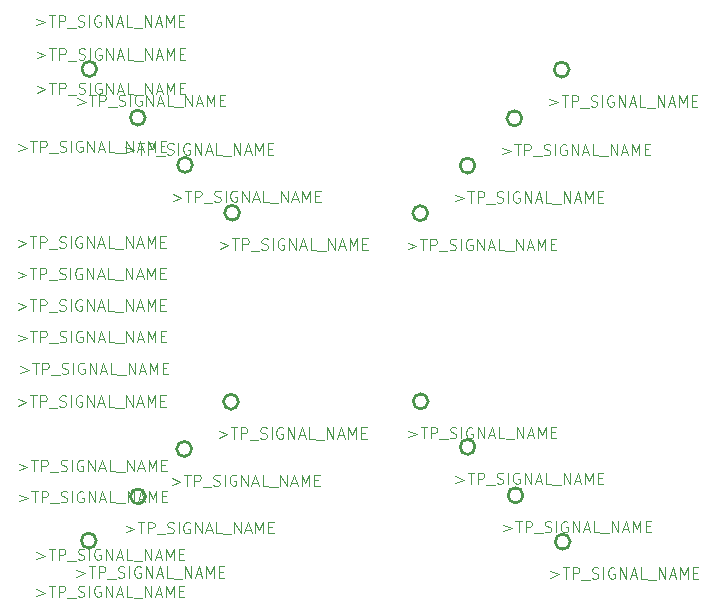
<source format=gbr>
G04 #@! TF.FileFunction,Other,Comment*
%FSLAX46Y46*%
G04 Gerber Fmt 4.6, Leading zero omitted, Abs format (unit mm)*
G04 Created by KiCad (PCBNEW 4.0.6) date 05/08/17 07:10:38*
%MOMM*%
%LPD*%
G01*
G04 APERTURE LIST*
%ADD10C,0.100000*%
%ADD11C,0.254000*%
%ADD12C,0.080000*%
G04 APERTURE END LIST*
D10*
D11*
X226342100Y-117285900D02*
G75*
G03X226342100Y-117285900I-635000J0D01*
G01*
X250338100Y-117110900D02*
G75*
G03X250338100Y-117110900I-635000J0D01*
G01*
X250335100Y-93294900D02*
G75*
G03X250335100Y-93294900I-635000J0D01*
G01*
X226414100Y-93237900D02*
G75*
G03X226414100Y-93237900I-635000J0D01*
G01*
X246365100Y-113257900D02*
G75*
G03X246365100Y-113257900I-635000J0D01*
G01*
X230305100Y-113285900D02*
G75*
G03X230305100Y-113285900I-635000J0D01*
G01*
X246332100Y-97322900D02*
G75*
G03X246332100Y-97322900I-635000J0D01*
G01*
X230406100Y-97283900D02*
G75*
G03X230406100Y-97283900I-635000J0D01*
G01*
X258390100Y-125137900D02*
G75*
G03X258390100Y-125137900I-635000J0D01*
G01*
X218264100Y-125047900D02*
G75*
G03X218264100Y-125047900I-635000J0D01*
G01*
X258304100Y-85165900D02*
G75*
G03X258304100Y-85165900I-635000J0D01*
G01*
X218315100Y-85114900D02*
G75*
G03X218315100Y-85114900I-635000J0D01*
G01*
X254396100Y-121206900D02*
G75*
G03X254396100Y-121206900I-635000J0D01*
G01*
X222434100Y-121302900D02*
G75*
G03X222434100Y-121302900I-635000J0D01*
G01*
X254302100Y-89292900D02*
G75*
G03X254302100Y-89292900I-635000J0D01*
G01*
X222414100Y-89231900D02*
G75*
G03X222414100Y-89231900I-635000J0D01*
G01*
D12*
X211638690Y-91508129D02*
X212362500Y-91779557D01*
X211638690Y-92050986D01*
X212679166Y-91191462D02*
X213222023Y-91191462D01*
X212950595Y-92141462D02*
X212950595Y-91191462D01*
X213538690Y-92141462D02*
X213538690Y-91191462D01*
X213900595Y-91191462D01*
X213991071Y-91236700D01*
X214036310Y-91281938D01*
X214081548Y-91372414D01*
X214081548Y-91508129D01*
X214036310Y-91598605D01*
X213991071Y-91643843D01*
X213900595Y-91689081D01*
X213538690Y-91689081D01*
X214262500Y-92231938D02*
X214986310Y-92231938D01*
X215167262Y-92096224D02*
X215302977Y-92141462D01*
X215529167Y-92141462D01*
X215619643Y-92096224D01*
X215664881Y-92050986D01*
X215710120Y-91960510D01*
X215710120Y-91870033D01*
X215664881Y-91779557D01*
X215619643Y-91734319D01*
X215529167Y-91689081D01*
X215348215Y-91643843D01*
X215257739Y-91598605D01*
X215212500Y-91553367D01*
X215167262Y-91462890D01*
X215167262Y-91372414D01*
X215212500Y-91281938D01*
X215257739Y-91236700D01*
X215348215Y-91191462D01*
X215574405Y-91191462D01*
X215710120Y-91236700D01*
X216117262Y-92141462D02*
X216117262Y-91191462D01*
X217067263Y-91236700D02*
X216976786Y-91191462D01*
X216841072Y-91191462D01*
X216705358Y-91236700D01*
X216614882Y-91327176D01*
X216569643Y-91417652D01*
X216524405Y-91598605D01*
X216524405Y-91734319D01*
X216569643Y-91915271D01*
X216614882Y-92005748D01*
X216705358Y-92096224D01*
X216841072Y-92141462D01*
X216931548Y-92141462D01*
X217067263Y-92096224D01*
X217112501Y-92050986D01*
X217112501Y-91734319D01*
X216931548Y-91734319D01*
X217519643Y-92141462D02*
X217519643Y-91191462D01*
X218062501Y-92141462D01*
X218062501Y-91191462D01*
X218469643Y-91870033D02*
X218922024Y-91870033D01*
X218379167Y-92141462D02*
X218695834Y-91191462D01*
X219012501Y-92141462D01*
X219781548Y-92141462D02*
X219329167Y-92141462D01*
X219329167Y-91191462D01*
X219872025Y-92231938D02*
X220595835Y-92231938D01*
X220822025Y-92141462D02*
X220822025Y-91191462D01*
X221364883Y-92141462D01*
X221364883Y-91191462D01*
X221772025Y-91870033D02*
X222224406Y-91870033D01*
X221681549Y-92141462D02*
X221998216Y-91191462D01*
X222314883Y-92141462D01*
X222631549Y-92141462D02*
X222631549Y-91191462D01*
X222948216Y-91870033D01*
X223264883Y-91191462D01*
X223264883Y-92141462D01*
X223717263Y-91643843D02*
X224033930Y-91643843D01*
X224169644Y-92141462D02*
X223717263Y-92141462D01*
X223717263Y-91191462D01*
X224169644Y-91191462D01*
X213240690Y-83684929D02*
X213964500Y-83956357D01*
X213240690Y-84227786D01*
X214281166Y-83368262D02*
X214824023Y-83368262D01*
X214552595Y-84318262D02*
X214552595Y-83368262D01*
X215140690Y-84318262D02*
X215140690Y-83368262D01*
X215502595Y-83368262D01*
X215593071Y-83413500D01*
X215638310Y-83458738D01*
X215683548Y-83549214D01*
X215683548Y-83684929D01*
X215638310Y-83775405D01*
X215593071Y-83820643D01*
X215502595Y-83865881D01*
X215140690Y-83865881D01*
X215864500Y-84408738D02*
X216588310Y-84408738D01*
X216769262Y-84273024D02*
X216904977Y-84318262D01*
X217131167Y-84318262D01*
X217221643Y-84273024D01*
X217266881Y-84227786D01*
X217312120Y-84137310D01*
X217312120Y-84046833D01*
X217266881Y-83956357D01*
X217221643Y-83911119D01*
X217131167Y-83865881D01*
X216950215Y-83820643D01*
X216859739Y-83775405D01*
X216814500Y-83730167D01*
X216769262Y-83639690D01*
X216769262Y-83549214D01*
X216814500Y-83458738D01*
X216859739Y-83413500D01*
X216950215Y-83368262D01*
X217176405Y-83368262D01*
X217312120Y-83413500D01*
X217719262Y-84318262D02*
X217719262Y-83368262D01*
X218669263Y-83413500D02*
X218578786Y-83368262D01*
X218443072Y-83368262D01*
X218307358Y-83413500D01*
X218216882Y-83503976D01*
X218171643Y-83594452D01*
X218126405Y-83775405D01*
X218126405Y-83911119D01*
X218171643Y-84092071D01*
X218216882Y-84182548D01*
X218307358Y-84273024D01*
X218443072Y-84318262D01*
X218533548Y-84318262D01*
X218669263Y-84273024D01*
X218714501Y-84227786D01*
X218714501Y-83911119D01*
X218533548Y-83911119D01*
X219121643Y-84318262D02*
X219121643Y-83368262D01*
X219664501Y-84318262D01*
X219664501Y-83368262D01*
X220071643Y-84046833D02*
X220524024Y-84046833D01*
X219981167Y-84318262D02*
X220297834Y-83368262D01*
X220614501Y-84318262D01*
X221383548Y-84318262D02*
X220931167Y-84318262D01*
X220931167Y-83368262D01*
X221474025Y-84408738D02*
X222197835Y-84408738D01*
X222424025Y-84318262D02*
X222424025Y-83368262D01*
X222966883Y-84318262D01*
X222966883Y-83368262D01*
X223374025Y-84046833D02*
X223826406Y-84046833D01*
X223283549Y-84318262D02*
X223600216Y-83368262D01*
X223916883Y-84318262D01*
X224233549Y-84318262D02*
X224233549Y-83368262D01*
X224550216Y-84046833D01*
X224866883Y-83368262D01*
X224866883Y-84318262D01*
X225319263Y-83820643D02*
X225635930Y-83820643D01*
X225771644Y-84318262D02*
X225319263Y-84318262D01*
X225319263Y-83368262D01*
X225771644Y-83368262D01*
X211612290Y-104944729D02*
X212336100Y-105216157D01*
X211612290Y-105487586D01*
X212652766Y-104628062D02*
X213195623Y-104628062D01*
X212924195Y-105578062D02*
X212924195Y-104628062D01*
X213512290Y-105578062D02*
X213512290Y-104628062D01*
X213874195Y-104628062D01*
X213964671Y-104673300D01*
X214009910Y-104718538D01*
X214055148Y-104809014D01*
X214055148Y-104944729D01*
X214009910Y-105035205D01*
X213964671Y-105080443D01*
X213874195Y-105125681D01*
X213512290Y-105125681D01*
X214236100Y-105668538D02*
X214959910Y-105668538D01*
X215140862Y-105532824D02*
X215276577Y-105578062D01*
X215502767Y-105578062D01*
X215593243Y-105532824D01*
X215638481Y-105487586D01*
X215683720Y-105397110D01*
X215683720Y-105306633D01*
X215638481Y-105216157D01*
X215593243Y-105170919D01*
X215502767Y-105125681D01*
X215321815Y-105080443D01*
X215231339Y-105035205D01*
X215186100Y-104989967D01*
X215140862Y-104899490D01*
X215140862Y-104809014D01*
X215186100Y-104718538D01*
X215231339Y-104673300D01*
X215321815Y-104628062D01*
X215548005Y-104628062D01*
X215683720Y-104673300D01*
X216090862Y-105578062D02*
X216090862Y-104628062D01*
X217040863Y-104673300D02*
X216950386Y-104628062D01*
X216814672Y-104628062D01*
X216678958Y-104673300D01*
X216588482Y-104763776D01*
X216543243Y-104854252D01*
X216498005Y-105035205D01*
X216498005Y-105170919D01*
X216543243Y-105351871D01*
X216588482Y-105442348D01*
X216678958Y-105532824D01*
X216814672Y-105578062D01*
X216905148Y-105578062D01*
X217040863Y-105532824D01*
X217086101Y-105487586D01*
X217086101Y-105170919D01*
X216905148Y-105170919D01*
X217493243Y-105578062D02*
X217493243Y-104628062D01*
X218036101Y-105578062D01*
X218036101Y-104628062D01*
X218443243Y-105306633D02*
X218895624Y-105306633D01*
X218352767Y-105578062D02*
X218669434Y-104628062D01*
X218986101Y-105578062D01*
X219755148Y-105578062D02*
X219302767Y-105578062D01*
X219302767Y-104628062D01*
X219845625Y-105668538D02*
X220569435Y-105668538D01*
X220795625Y-105578062D02*
X220795625Y-104628062D01*
X221338483Y-105578062D01*
X221338483Y-104628062D01*
X221745625Y-105306633D02*
X222198006Y-105306633D01*
X221655149Y-105578062D02*
X221971816Y-104628062D01*
X222288483Y-105578062D01*
X222605149Y-105578062D02*
X222605149Y-104628062D01*
X222921816Y-105306633D01*
X223238483Y-104628062D01*
X223238483Y-105578062D01*
X223690863Y-105080443D02*
X224007530Y-105080443D01*
X224143244Y-105578062D02*
X223690863Y-105578062D01*
X223690863Y-104628062D01*
X224143244Y-104628062D01*
X211637690Y-107611729D02*
X212361500Y-107883157D01*
X211637690Y-108154586D01*
X212678166Y-107295062D02*
X213221023Y-107295062D01*
X212949595Y-108245062D02*
X212949595Y-107295062D01*
X213537690Y-108245062D02*
X213537690Y-107295062D01*
X213899595Y-107295062D01*
X213990071Y-107340300D01*
X214035310Y-107385538D01*
X214080548Y-107476014D01*
X214080548Y-107611729D01*
X214035310Y-107702205D01*
X213990071Y-107747443D01*
X213899595Y-107792681D01*
X213537690Y-107792681D01*
X214261500Y-108335538D02*
X214985310Y-108335538D01*
X215166262Y-108199824D02*
X215301977Y-108245062D01*
X215528167Y-108245062D01*
X215618643Y-108199824D01*
X215663881Y-108154586D01*
X215709120Y-108064110D01*
X215709120Y-107973633D01*
X215663881Y-107883157D01*
X215618643Y-107837919D01*
X215528167Y-107792681D01*
X215347215Y-107747443D01*
X215256739Y-107702205D01*
X215211500Y-107656967D01*
X215166262Y-107566490D01*
X215166262Y-107476014D01*
X215211500Y-107385538D01*
X215256739Y-107340300D01*
X215347215Y-107295062D01*
X215573405Y-107295062D01*
X215709120Y-107340300D01*
X216116262Y-108245062D02*
X216116262Y-107295062D01*
X217066263Y-107340300D02*
X216975786Y-107295062D01*
X216840072Y-107295062D01*
X216704358Y-107340300D01*
X216613882Y-107430776D01*
X216568643Y-107521252D01*
X216523405Y-107702205D01*
X216523405Y-107837919D01*
X216568643Y-108018871D01*
X216613882Y-108109348D01*
X216704358Y-108199824D01*
X216840072Y-108245062D01*
X216930548Y-108245062D01*
X217066263Y-108199824D01*
X217111501Y-108154586D01*
X217111501Y-107837919D01*
X216930548Y-107837919D01*
X217518643Y-108245062D02*
X217518643Y-107295062D01*
X218061501Y-108245062D01*
X218061501Y-107295062D01*
X218468643Y-107973633D02*
X218921024Y-107973633D01*
X218378167Y-108245062D02*
X218694834Y-107295062D01*
X219011501Y-108245062D01*
X219780548Y-108245062D02*
X219328167Y-108245062D01*
X219328167Y-107295062D01*
X219871025Y-108335538D02*
X220594835Y-108335538D01*
X220821025Y-108245062D02*
X220821025Y-107295062D01*
X221363883Y-108245062D01*
X221363883Y-107295062D01*
X221771025Y-107973633D02*
X222223406Y-107973633D01*
X221680549Y-108245062D02*
X221997216Y-107295062D01*
X222313883Y-108245062D01*
X222630549Y-108245062D02*
X222630549Y-107295062D01*
X222947216Y-107973633D01*
X223263883Y-107295062D01*
X223263883Y-108245062D01*
X223716263Y-107747443D02*
X224032930Y-107747443D01*
X224168644Y-108245062D02*
X223716263Y-108245062D01*
X223716263Y-107295062D01*
X224168644Y-107295062D01*
X211813690Y-110304129D02*
X212537500Y-110575557D01*
X211813690Y-110846986D01*
X212854166Y-109987462D02*
X213397023Y-109987462D01*
X213125595Y-110937462D02*
X213125595Y-109987462D01*
X213713690Y-110937462D02*
X213713690Y-109987462D01*
X214075595Y-109987462D01*
X214166071Y-110032700D01*
X214211310Y-110077938D01*
X214256548Y-110168414D01*
X214256548Y-110304129D01*
X214211310Y-110394605D01*
X214166071Y-110439843D01*
X214075595Y-110485081D01*
X213713690Y-110485081D01*
X214437500Y-111027938D02*
X215161310Y-111027938D01*
X215342262Y-110892224D02*
X215477977Y-110937462D01*
X215704167Y-110937462D01*
X215794643Y-110892224D01*
X215839881Y-110846986D01*
X215885120Y-110756510D01*
X215885120Y-110666033D01*
X215839881Y-110575557D01*
X215794643Y-110530319D01*
X215704167Y-110485081D01*
X215523215Y-110439843D01*
X215432739Y-110394605D01*
X215387500Y-110349367D01*
X215342262Y-110258890D01*
X215342262Y-110168414D01*
X215387500Y-110077938D01*
X215432739Y-110032700D01*
X215523215Y-109987462D01*
X215749405Y-109987462D01*
X215885120Y-110032700D01*
X216292262Y-110937462D02*
X216292262Y-109987462D01*
X217242263Y-110032700D02*
X217151786Y-109987462D01*
X217016072Y-109987462D01*
X216880358Y-110032700D01*
X216789882Y-110123176D01*
X216744643Y-110213652D01*
X216699405Y-110394605D01*
X216699405Y-110530319D01*
X216744643Y-110711271D01*
X216789882Y-110801748D01*
X216880358Y-110892224D01*
X217016072Y-110937462D01*
X217106548Y-110937462D01*
X217242263Y-110892224D01*
X217287501Y-110846986D01*
X217287501Y-110530319D01*
X217106548Y-110530319D01*
X217694643Y-110937462D02*
X217694643Y-109987462D01*
X218237501Y-110937462D01*
X218237501Y-109987462D01*
X218644643Y-110666033D02*
X219097024Y-110666033D01*
X218554167Y-110937462D02*
X218870834Y-109987462D01*
X219187501Y-110937462D01*
X219956548Y-110937462D02*
X219504167Y-110937462D01*
X219504167Y-109987462D01*
X220047025Y-111027938D02*
X220770835Y-111027938D01*
X220997025Y-110937462D02*
X220997025Y-109987462D01*
X221539883Y-110937462D01*
X221539883Y-109987462D01*
X221947025Y-110666033D02*
X222399406Y-110666033D01*
X221856549Y-110937462D02*
X222173216Y-109987462D01*
X222489883Y-110937462D01*
X222806549Y-110937462D02*
X222806549Y-109987462D01*
X223123216Y-110666033D01*
X223439883Y-109987462D01*
X223439883Y-110937462D01*
X223892263Y-110439843D02*
X224208930Y-110439843D01*
X224344644Y-110937462D02*
X223892263Y-110937462D01*
X223892263Y-109987462D01*
X224344644Y-109987462D01*
X211615090Y-99610729D02*
X212338900Y-99882157D01*
X211615090Y-100153586D01*
X212655566Y-99294062D02*
X213198423Y-99294062D01*
X212926995Y-100244062D02*
X212926995Y-99294062D01*
X213515090Y-100244062D02*
X213515090Y-99294062D01*
X213876995Y-99294062D01*
X213967471Y-99339300D01*
X214012710Y-99384538D01*
X214057948Y-99475014D01*
X214057948Y-99610729D01*
X214012710Y-99701205D01*
X213967471Y-99746443D01*
X213876995Y-99791681D01*
X213515090Y-99791681D01*
X214238900Y-100334538D02*
X214962710Y-100334538D01*
X215143662Y-100198824D02*
X215279377Y-100244062D01*
X215505567Y-100244062D01*
X215596043Y-100198824D01*
X215641281Y-100153586D01*
X215686520Y-100063110D01*
X215686520Y-99972633D01*
X215641281Y-99882157D01*
X215596043Y-99836919D01*
X215505567Y-99791681D01*
X215324615Y-99746443D01*
X215234139Y-99701205D01*
X215188900Y-99655967D01*
X215143662Y-99565490D01*
X215143662Y-99475014D01*
X215188900Y-99384538D01*
X215234139Y-99339300D01*
X215324615Y-99294062D01*
X215550805Y-99294062D01*
X215686520Y-99339300D01*
X216093662Y-100244062D02*
X216093662Y-99294062D01*
X217043663Y-99339300D02*
X216953186Y-99294062D01*
X216817472Y-99294062D01*
X216681758Y-99339300D01*
X216591282Y-99429776D01*
X216546043Y-99520252D01*
X216500805Y-99701205D01*
X216500805Y-99836919D01*
X216546043Y-100017871D01*
X216591282Y-100108348D01*
X216681758Y-100198824D01*
X216817472Y-100244062D01*
X216907948Y-100244062D01*
X217043663Y-100198824D01*
X217088901Y-100153586D01*
X217088901Y-99836919D01*
X216907948Y-99836919D01*
X217496043Y-100244062D02*
X217496043Y-99294062D01*
X218038901Y-100244062D01*
X218038901Y-99294062D01*
X218446043Y-99972633D02*
X218898424Y-99972633D01*
X218355567Y-100244062D02*
X218672234Y-99294062D01*
X218988901Y-100244062D01*
X219757948Y-100244062D02*
X219305567Y-100244062D01*
X219305567Y-99294062D01*
X219848425Y-100334538D02*
X220572235Y-100334538D01*
X220798425Y-100244062D02*
X220798425Y-99294062D01*
X221341283Y-100244062D01*
X221341283Y-99294062D01*
X221748425Y-99972633D02*
X222200806Y-99972633D01*
X221657949Y-100244062D02*
X221974616Y-99294062D01*
X222291283Y-100244062D01*
X222607949Y-100244062D02*
X222607949Y-99294062D01*
X222924616Y-99972633D01*
X223241283Y-99294062D01*
X223241283Y-100244062D01*
X223693663Y-99746443D02*
X224010330Y-99746443D01*
X224146044Y-100244062D02*
X223693663Y-100244062D01*
X223693663Y-99294062D01*
X224146044Y-99294062D01*
X224663290Y-119782329D02*
X225387100Y-120053757D01*
X224663290Y-120325186D01*
X225703766Y-119465662D02*
X226246623Y-119465662D01*
X225975195Y-120415662D02*
X225975195Y-119465662D01*
X226563290Y-120415662D02*
X226563290Y-119465662D01*
X226925195Y-119465662D01*
X227015671Y-119510900D01*
X227060910Y-119556138D01*
X227106148Y-119646614D01*
X227106148Y-119782329D01*
X227060910Y-119872805D01*
X227015671Y-119918043D01*
X226925195Y-119963281D01*
X226563290Y-119963281D01*
X227287100Y-120506138D02*
X228010910Y-120506138D01*
X228191862Y-120370424D02*
X228327577Y-120415662D01*
X228553767Y-120415662D01*
X228644243Y-120370424D01*
X228689481Y-120325186D01*
X228734720Y-120234710D01*
X228734720Y-120144233D01*
X228689481Y-120053757D01*
X228644243Y-120008519D01*
X228553767Y-119963281D01*
X228372815Y-119918043D01*
X228282339Y-119872805D01*
X228237100Y-119827567D01*
X228191862Y-119737090D01*
X228191862Y-119646614D01*
X228237100Y-119556138D01*
X228282339Y-119510900D01*
X228372815Y-119465662D01*
X228599005Y-119465662D01*
X228734720Y-119510900D01*
X229141862Y-120415662D02*
X229141862Y-119465662D01*
X230091863Y-119510900D02*
X230001386Y-119465662D01*
X229865672Y-119465662D01*
X229729958Y-119510900D01*
X229639482Y-119601376D01*
X229594243Y-119691852D01*
X229549005Y-119872805D01*
X229549005Y-120008519D01*
X229594243Y-120189471D01*
X229639482Y-120279948D01*
X229729958Y-120370424D01*
X229865672Y-120415662D01*
X229956148Y-120415662D01*
X230091863Y-120370424D01*
X230137101Y-120325186D01*
X230137101Y-120008519D01*
X229956148Y-120008519D01*
X230544243Y-120415662D02*
X230544243Y-119465662D01*
X231087101Y-120415662D01*
X231087101Y-119465662D01*
X231494243Y-120144233D02*
X231946624Y-120144233D01*
X231403767Y-120415662D02*
X231720434Y-119465662D01*
X232037101Y-120415662D01*
X232806148Y-120415662D02*
X232353767Y-120415662D01*
X232353767Y-119465662D01*
X232896625Y-120506138D02*
X233620435Y-120506138D01*
X233846625Y-120415662D02*
X233846625Y-119465662D01*
X234389483Y-120415662D01*
X234389483Y-119465662D01*
X234796625Y-120144233D02*
X235249006Y-120144233D01*
X234706149Y-120415662D02*
X235022816Y-119465662D01*
X235339483Y-120415662D01*
X235656149Y-120415662D02*
X235656149Y-119465662D01*
X235972816Y-120144233D01*
X236289483Y-119465662D01*
X236289483Y-120415662D01*
X236741863Y-119918043D02*
X237058530Y-119918043D01*
X237194244Y-120415662D02*
X236741863Y-120415662D01*
X236741863Y-119465662D01*
X237194244Y-119465662D01*
X248659290Y-119607329D02*
X249383100Y-119878757D01*
X248659290Y-120150186D01*
X249699766Y-119290662D02*
X250242623Y-119290662D01*
X249971195Y-120240662D02*
X249971195Y-119290662D01*
X250559290Y-120240662D02*
X250559290Y-119290662D01*
X250921195Y-119290662D01*
X251011671Y-119335900D01*
X251056910Y-119381138D01*
X251102148Y-119471614D01*
X251102148Y-119607329D01*
X251056910Y-119697805D01*
X251011671Y-119743043D01*
X250921195Y-119788281D01*
X250559290Y-119788281D01*
X251283100Y-120331138D02*
X252006910Y-120331138D01*
X252187862Y-120195424D02*
X252323577Y-120240662D01*
X252549767Y-120240662D01*
X252640243Y-120195424D01*
X252685481Y-120150186D01*
X252730720Y-120059710D01*
X252730720Y-119969233D01*
X252685481Y-119878757D01*
X252640243Y-119833519D01*
X252549767Y-119788281D01*
X252368815Y-119743043D01*
X252278339Y-119697805D01*
X252233100Y-119652567D01*
X252187862Y-119562090D01*
X252187862Y-119471614D01*
X252233100Y-119381138D01*
X252278339Y-119335900D01*
X252368815Y-119290662D01*
X252595005Y-119290662D01*
X252730720Y-119335900D01*
X253137862Y-120240662D02*
X253137862Y-119290662D01*
X254087863Y-119335900D02*
X253997386Y-119290662D01*
X253861672Y-119290662D01*
X253725958Y-119335900D01*
X253635482Y-119426376D01*
X253590243Y-119516852D01*
X253545005Y-119697805D01*
X253545005Y-119833519D01*
X253590243Y-120014471D01*
X253635482Y-120104948D01*
X253725958Y-120195424D01*
X253861672Y-120240662D01*
X253952148Y-120240662D01*
X254087863Y-120195424D01*
X254133101Y-120150186D01*
X254133101Y-119833519D01*
X253952148Y-119833519D01*
X254540243Y-120240662D02*
X254540243Y-119290662D01*
X255083101Y-120240662D01*
X255083101Y-119290662D01*
X255490243Y-119969233D02*
X255942624Y-119969233D01*
X255399767Y-120240662D02*
X255716434Y-119290662D01*
X256033101Y-120240662D01*
X256802148Y-120240662D02*
X256349767Y-120240662D01*
X256349767Y-119290662D01*
X256892625Y-120331138D02*
X257616435Y-120331138D01*
X257842625Y-120240662D02*
X257842625Y-119290662D01*
X258385483Y-120240662D01*
X258385483Y-119290662D01*
X258792625Y-119969233D02*
X259245006Y-119969233D01*
X258702149Y-120240662D02*
X259018816Y-119290662D01*
X259335483Y-120240662D01*
X259652149Y-120240662D02*
X259652149Y-119290662D01*
X259968816Y-119969233D01*
X260285483Y-119290662D01*
X260285483Y-120240662D01*
X260737863Y-119743043D02*
X261054530Y-119743043D01*
X261190244Y-120240662D02*
X260737863Y-120240662D01*
X260737863Y-119290662D01*
X261190244Y-119290662D01*
X248656290Y-95791329D02*
X249380100Y-96062757D01*
X248656290Y-96334186D01*
X249696766Y-95474662D02*
X250239623Y-95474662D01*
X249968195Y-96424662D02*
X249968195Y-95474662D01*
X250556290Y-96424662D02*
X250556290Y-95474662D01*
X250918195Y-95474662D01*
X251008671Y-95519900D01*
X251053910Y-95565138D01*
X251099148Y-95655614D01*
X251099148Y-95791329D01*
X251053910Y-95881805D01*
X251008671Y-95927043D01*
X250918195Y-95972281D01*
X250556290Y-95972281D01*
X251280100Y-96515138D02*
X252003910Y-96515138D01*
X252184862Y-96379424D02*
X252320577Y-96424662D01*
X252546767Y-96424662D01*
X252637243Y-96379424D01*
X252682481Y-96334186D01*
X252727720Y-96243710D01*
X252727720Y-96153233D01*
X252682481Y-96062757D01*
X252637243Y-96017519D01*
X252546767Y-95972281D01*
X252365815Y-95927043D01*
X252275339Y-95881805D01*
X252230100Y-95836567D01*
X252184862Y-95746090D01*
X252184862Y-95655614D01*
X252230100Y-95565138D01*
X252275339Y-95519900D01*
X252365815Y-95474662D01*
X252592005Y-95474662D01*
X252727720Y-95519900D01*
X253134862Y-96424662D02*
X253134862Y-95474662D01*
X254084863Y-95519900D02*
X253994386Y-95474662D01*
X253858672Y-95474662D01*
X253722958Y-95519900D01*
X253632482Y-95610376D01*
X253587243Y-95700852D01*
X253542005Y-95881805D01*
X253542005Y-96017519D01*
X253587243Y-96198471D01*
X253632482Y-96288948D01*
X253722958Y-96379424D01*
X253858672Y-96424662D01*
X253949148Y-96424662D01*
X254084863Y-96379424D01*
X254130101Y-96334186D01*
X254130101Y-96017519D01*
X253949148Y-96017519D01*
X254537243Y-96424662D02*
X254537243Y-95474662D01*
X255080101Y-96424662D01*
X255080101Y-95474662D01*
X255487243Y-96153233D02*
X255939624Y-96153233D01*
X255396767Y-96424662D02*
X255713434Y-95474662D01*
X256030101Y-96424662D01*
X256799148Y-96424662D02*
X256346767Y-96424662D01*
X256346767Y-95474662D01*
X256889625Y-96515138D02*
X257613435Y-96515138D01*
X257839625Y-96424662D02*
X257839625Y-95474662D01*
X258382483Y-96424662D01*
X258382483Y-95474662D01*
X258789625Y-96153233D02*
X259242006Y-96153233D01*
X258699149Y-96424662D02*
X259015816Y-95474662D01*
X259332483Y-96424662D01*
X259649149Y-96424662D02*
X259649149Y-95474662D01*
X259965816Y-96153233D01*
X260282483Y-95474662D01*
X260282483Y-96424662D01*
X260734863Y-95927043D02*
X261051530Y-95927043D01*
X261187244Y-96424662D02*
X260734863Y-96424662D01*
X260734863Y-95474662D01*
X261187244Y-95474662D01*
X224735290Y-95734329D02*
X225459100Y-96005757D01*
X224735290Y-96277186D01*
X225775766Y-95417662D02*
X226318623Y-95417662D01*
X226047195Y-96367662D02*
X226047195Y-95417662D01*
X226635290Y-96367662D02*
X226635290Y-95417662D01*
X226997195Y-95417662D01*
X227087671Y-95462900D01*
X227132910Y-95508138D01*
X227178148Y-95598614D01*
X227178148Y-95734329D01*
X227132910Y-95824805D01*
X227087671Y-95870043D01*
X226997195Y-95915281D01*
X226635290Y-95915281D01*
X227359100Y-96458138D02*
X228082910Y-96458138D01*
X228263862Y-96322424D02*
X228399577Y-96367662D01*
X228625767Y-96367662D01*
X228716243Y-96322424D01*
X228761481Y-96277186D01*
X228806720Y-96186710D01*
X228806720Y-96096233D01*
X228761481Y-96005757D01*
X228716243Y-95960519D01*
X228625767Y-95915281D01*
X228444815Y-95870043D01*
X228354339Y-95824805D01*
X228309100Y-95779567D01*
X228263862Y-95689090D01*
X228263862Y-95598614D01*
X228309100Y-95508138D01*
X228354339Y-95462900D01*
X228444815Y-95417662D01*
X228671005Y-95417662D01*
X228806720Y-95462900D01*
X229213862Y-96367662D02*
X229213862Y-95417662D01*
X230163863Y-95462900D02*
X230073386Y-95417662D01*
X229937672Y-95417662D01*
X229801958Y-95462900D01*
X229711482Y-95553376D01*
X229666243Y-95643852D01*
X229621005Y-95824805D01*
X229621005Y-95960519D01*
X229666243Y-96141471D01*
X229711482Y-96231948D01*
X229801958Y-96322424D01*
X229937672Y-96367662D01*
X230028148Y-96367662D01*
X230163863Y-96322424D01*
X230209101Y-96277186D01*
X230209101Y-95960519D01*
X230028148Y-95960519D01*
X230616243Y-96367662D02*
X230616243Y-95417662D01*
X231159101Y-96367662D01*
X231159101Y-95417662D01*
X231566243Y-96096233D02*
X232018624Y-96096233D01*
X231475767Y-96367662D02*
X231792434Y-95417662D01*
X232109101Y-96367662D01*
X232878148Y-96367662D02*
X232425767Y-96367662D01*
X232425767Y-95417662D01*
X232968625Y-96458138D02*
X233692435Y-96458138D01*
X233918625Y-96367662D02*
X233918625Y-95417662D01*
X234461483Y-96367662D01*
X234461483Y-95417662D01*
X234868625Y-96096233D02*
X235321006Y-96096233D01*
X234778149Y-96367662D02*
X235094816Y-95417662D01*
X235411483Y-96367662D01*
X235728149Y-96367662D02*
X235728149Y-95417662D01*
X236044816Y-96096233D01*
X236361483Y-95417662D01*
X236361483Y-96367662D01*
X236813863Y-95870043D02*
X237130530Y-95870043D01*
X237266244Y-96367662D02*
X236813863Y-96367662D01*
X236813863Y-95417662D01*
X237266244Y-95417662D01*
X213240690Y-86580529D02*
X213964500Y-86851957D01*
X213240690Y-87123386D01*
X214281166Y-86263862D02*
X214824023Y-86263862D01*
X214552595Y-87213862D02*
X214552595Y-86263862D01*
X215140690Y-87213862D02*
X215140690Y-86263862D01*
X215502595Y-86263862D01*
X215593071Y-86309100D01*
X215638310Y-86354338D01*
X215683548Y-86444814D01*
X215683548Y-86580529D01*
X215638310Y-86671005D01*
X215593071Y-86716243D01*
X215502595Y-86761481D01*
X215140690Y-86761481D01*
X215864500Y-87304338D02*
X216588310Y-87304338D01*
X216769262Y-87168624D02*
X216904977Y-87213862D01*
X217131167Y-87213862D01*
X217221643Y-87168624D01*
X217266881Y-87123386D01*
X217312120Y-87032910D01*
X217312120Y-86942433D01*
X217266881Y-86851957D01*
X217221643Y-86806719D01*
X217131167Y-86761481D01*
X216950215Y-86716243D01*
X216859739Y-86671005D01*
X216814500Y-86625767D01*
X216769262Y-86535290D01*
X216769262Y-86444814D01*
X216814500Y-86354338D01*
X216859739Y-86309100D01*
X216950215Y-86263862D01*
X217176405Y-86263862D01*
X217312120Y-86309100D01*
X217719262Y-87213862D02*
X217719262Y-86263862D01*
X218669263Y-86309100D02*
X218578786Y-86263862D01*
X218443072Y-86263862D01*
X218307358Y-86309100D01*
X218216882Y-86399576D01*
X218171643Y-86490052D01*
X218126405Y-86671005D01*
X218126405Y-86806719D01*
X218171643Y-86987671D01*
X218216882Y-87078148D01*
X218307358Y-87168624D01*
X218443072Y-87213862D01*
X218533548Y-87213862D01*
X218669263Y-87168624D01*
X218714501Y-87123386D01*
X218714501Y-86806719D01*
X218533548Y-86806719D01*
X219121643Y-87213862D02*
X219121643Y-86263862D01*
X219664501Y-87213862D01*
X219664501Y-86263862D01*
X220071643Y-86942433D02*
X220524024Y-86942433D01*
X219981167Y-87213862D02*
X220297834Y-86263862D01*
X220614501Y-87213862D01*
X221383548Y-87213862D02*
X220931167Y-87213862D01*
X220931167Y-86263862D01*
X221474025Y-87304338D02*
X222197835Y-87304338D01*
X222424025Y-87213862D02*
X222424025Y-86263862D01*
X222966883Y-87213862D01*
X222966883Y-86263862D01*
X223374025Y-86942433D02*
X223826406Y-86942433D01*
X223283549Y-87213862D02*
X223600216Y-86263862D01*
X223916883Y-87213862D01*
X224233549Y-87213862D02*
X224233549Y-86263862D01*
X224550216Y-86942433D01*
X224866883Y-86263862D01*
X224866883Y-87213862D01*
X225319263Y-86716243D02*
X225635930Y-86716243D01*
X225771644Y-87213862D02*
X225319263Y-87213862D01*
X225319263Y-86263862D01*
X225771644Y-86263862D01*
X244686290Y-115754329D02*
X245410100Y-116025757D01*
X244686290Y-116297186D01*
X245726766Y-115437662D02*
X246269623Y-115437662D01*
X245998195Y-116387662D02*
X245998195Y-115437662D01*
X246586290Y-116387662D02*
X246586290Y-115437662D01*
X246948195Y-115437662D01*
X247038671Y-115482900D01*
X247083910Y-115528138D01*
X247129148Y-115618614D01*
X247129148Y-115754329D01*
X247083910Y-115844805D01*
X247038671Y-115890043D01*
X246948195Y-115935281D01*
X246586290Y-115935281D01*
X247310100Y-116478138D02*
X248033910Y-116478138D01*
X248214862Y-116342424D02*
X248350577Y-116387662D01*
X248576767Y-116387662D01*
X248667243Y-116342424D01*
X248712481Y-116297186D01*
X248757720Y-116206710D01*
X248757720Y-116116233D01*
X248712481Y-116025757D01*
X248667243Y-115980519D01*
X248576767Y-115935281D01*
X248395815Y-115890043D01*
X248305339Y-115844805D01*
X248260100Y-115799567D01*
X248214862Y-115709090D01*
X248214862Y-115618614D01*
X248260100Y-115528138D01*
X248305339Y-115482900D01*
X248395815Y-115437662D01*
X248622005Y-115437662D01*
X248757720Y-115482900D01*
X249164862Y-116387662D02*
X249164862Y-115437662D01*
X250114863Y-115482900D02*
X250024386Y-115437662D01*
X249888672Y-115437662D01*
X249752958Y-115482900D01*
X249662482Y-115573376D01*
X249617243Y-115663852D01*
X249572005Y-115844805D01*
X249572005Y-115980519D01*
X249617243Y-116161471D01*
X249662482Y-116251948D01*
X249752958Y-116342424D01*
X249888672Y-116387662D01*
X249979148Y-116387662D01*
X250114863Y-116342424D01*
X250160101Y-116297186D01*
X250160101Y-115980519D01*
X249979148Y-115980519D01*
X250567243Y-116387662D02*
X250567243Y-115437662D01*
X251110101Y-116387662D01*
X251110101Y-115437662D01*
X251517243Y-116116233D02*
X251969624Y-116116233D01*
X251426767Y-116387662D02*
X251743434Y-115437662D01*
X252060101Y-116387662D01*
X252829148Y-116387662D02*
X252376767Y-116387662D01*
X252376767Y-115437662D01*
X252919625Y-116478138D02*
X253643435Y-116478138D01*
X253869625Y-116387662D02*
X253869625Y-115437662D01*
X254412483Y-116387662D01*
X254412483Y-115437662D01*
X254819625Y-116116233D02*
X255272006Y-116116233D01*
X254729149Y-116387662D02*
X255045816Y-115437662D01*
X255362483Y-116387662D01*
X255679149Y-116387662D02*
X255679149Y-115437662D01*
X255995816Y-116116233D01*
X256312483Y-115437662D01*
X256312483Y-116387662D01*
X256764863Y-115890043D02*
X257081530Y-115890043D01*
X257217244Y-116387662D02*
X256764863Y-116387662D01*
X256764863Y-115437662D01*
X257217244Y-115437662D01*
X228626290Y-115782329D02*
X229350100Y-116053757D01*
X228626290Y-116325186D01*
X229666766Y-115465662D02*
X230209623Y-115465662D01*
X229938195Y-116415662D02*
X229938195Y-115465662D01*
X230526290Y-116415662D02*
X230526290Y-115465662D01*
X230888195Y-115465662D01*
X230978671Y-115510900D01*
X231023910Y-115556138D01*
X231069148Y-115646614D01*
X231069148Y-115782329D01*
X231023910Y-115872805D01*
X230978671Y-115918043D01*
X230888195Y-115963281D01*
X230526290Y-115963281D01*
X231250100Y-116506138D02*
X231973910Y-116506138D01*
X232154862Y-116370424D02*
X232290577Y-116415662D01*
X232516767Y-116415662D01*
X232607243Y-116370424D01*
X232652481Y-116325186D01*
X232697720Y-116234710D01*
X232697720Y-116144233D01*
X232652481Y-116053757D01*
X232607243Y-116008519D01*
X232516767Y-115963281D01*
X232335815Y-115918043D01*
X232245339Y-115872805D01*
X232200100Y-115827567D01*
X232154862Y-115737090D01*
X232154862Y-115646614D01*
X232200100Y-115556138D01*
X232245339Y-115510900D01*
X232335815Y-115465662D01*
X232562005Y-115465662D01*
X232697720Y-115510900D01*
X233104862Y-116415662D02*
X233104862Y-115465662D01*
X234054863Y-115510900D02*
X233964386Y-115465662D01*
X233828672Y-115465662D01*
X233692958Y-115510900D01*
X233602482Y-115601376D01*
X233557243Y-115691852D01*
X233512005Y-115872805D01*
X233512005Y-116008519D01*
X233557243Y-116189471D01*
X233602482Y-116279948D01*
X233692958Y-116370424D01*
X233828672Y-116415662D01*
X233919148Y-116415662D01*
X234054863Y-116370424D01*
X234100101Y-116325186D01*
X234100101Y-116008519D01*
X233919148Y-116008519D01*
X234507243Y-116415662D02*
X234507243Y-115465662D01*
X235050101Y-116415662D01*
X235050101Y-115465662D01*
X235457243Y-116144233D02*
X235909624Y-116144233D01*
X235366767Y-116415662D02*
X235683434Y-115465662D01*
X236000101Y-116415662D01*
X236769148Y-116415662D02*
X236316767Y-116415662D01*
X236316767Y-115465662D01*
X236859625Y-116506138D02*
X237583435Y-116506138D01*
X237809625Y-116415662D02*
X237809625Y-115465662D01*
X238352483Y-116415662D01*
X238352483Y-115465662D01*
X238759625Y-116144233D02*
X239212006Y-116144233D01*
X238669149Y-116415662D02*
X238985816Y-115465662D01*
X239302483Y-116415662D01*
X239619149Y-116415662D02*
X239619149Y-115465662D01*
X239935816Y-116144233D01*
X240252483Y-115465662D01*
X240252483Y-116415662D01*
X240704863Y-115918043D02*
X241021530Y-115918043D01*
X241157244Y-116415662D02*
X240704863Y-116415662D01*
X240704863Y-115465662D01*
X241157244Y-115465662D01*
X244653290Y-99819329D02*
X245377100Y-100090757D01*
X244653290Y-100362186D01*
X245693766Y-99502662D02*
X246236623Y-99502662D01*
X245965195Y-100452662D02*
X245965195Y-99502662D01*
X246553290Y-100452662D02*
X246553290Y-99502662D01*
X246915195Y-99502662D01*
X247005671Y-99547900D01*
X247050910Y-99593138D01*
X247096148Y-99683614D01*
X247096148Y-99819329D01*
X247050910Y-99909805D01*
X247005671Y-99955043D01*
X246915195Y-100000281D01*
X246553290Y-100000281D01*
X247277100Y-100543138D02*
X248000910Y-100543138D01*
X248181862Y-100407424D02*
X248317577Y-100452662D01*
X248543767Y-100452662D01*
X248634243Y-100407424D01*
X248679481Y-100362186D01*
X248724720Y-100271710D01*
X248724720Y-100181233D01*
X248679481Y-100090757D01*
X248634243Y-100045519D01*
X248543767Y-100000281D01*
X248362815Y-99955043D01*
X248272339Y-99909805D01*
X248227100Y-99864567D01*
X248181862Y-99774090D01*
X248181862Y-99683614D01*
X248227100Y-99593138D01*
X248272339Y-99547900D01*
X248362815Y-99502662D01*
X248589005Y-99502662D01*
X248724720Y-99547900D01*
X249131862Y-100452662D02*
X249131862Y-99502662D01*
X250081863Y-99547900D02*
X249991386Y-99502662D01*
X249855672Y-99502662D01*
X249719958Y-99547900D01*
X249629482Y-99638376D01*
X249584243Y-99728852D01*
X249539005Y-99909805D01*
X249539005Y-100045519D01*
X249584243Y-100226471D01*
X249629482Y-100316948D01*
X249719958Y-100407424D01*
X249855672Y-100452662D01*
X249946148Y-100452662D01*
X250081863Y-100407424D01*
X250127101Y-100362186D01*
X250127101Y-100045519D01*
X249946148Y-100045519D01*
X250534243Y-100452662D02*
X250534243Y-99502662D01*
X251077101Y-100452662D01*
X251077101Y-99502662D01*
X251484243Y-100181233D02*
X251936624Y-100181233D01*
X251393767Y-100452662D02*
X251710434Y-99502662D01*
X252027101Y-100452662D01*
X252796148Y-100452662D02*
X252343767Y-100452662D01*
X252343767Y-99502662D01*
X252886625Y-100543138D02*
X253610435Y-100543138D01*
X253836625Y-100452662D02*
X253836625Y-99502662D01*
X254379483Y-100452662D01*
X254379483Y-99502662D01*
X254786625Y-100181233D02*
X255239006Y-100181233D01*
X254696149Y-100452662D02*
X255012816Y-99502662D01*
X255329483Y-100452662D01*
X255646149Y-100452662D02*
X255646149Y-99502662D01*
X255962816Y-100181233D01*
X256279483Y-99502662D01*
X256279483Y-100452662D01*
X256731863Y-99955043D02*
X257048530Y-99955043D01*
X257184244Y-100452662D02*
X256731863Y-100452662D01*
X256731863Y-99502662D01*
X257184244Y-99502662D01*
X228727290Y-99780329D02*
X229451100Y-100051757D01*
X228727290Y-100323186D01*
X229767766Y-99463662D02*
X230310623Y-99463662D01*
X230039195Y-100413662D02*
X230039195Y-99463662D01*
X230627290Y-100413662D02*
X230627290Y-99463662D01*
X230989195Y-99463662D01*
X231079671Y-99508900D01*
X231124910Y-99554138D01*
X231170148Y-99644614D01*
X231170148Y-99780329D01*
X231124910Y-99870805D01*
X231079671Y-99916043D01*
X230989195Y-99961281D01*
X230627290Y-99961281D01*
X231351100Y-100504138D02*
X232074910Y-100504138D01*
X232255862Y-100368424D02*
X232391577Y-100413662D01*
X232617767Y-100413662D01*
X232708243Y-100368424D01*
X232753481Y-100323186D01*
X232798720Y-100232710D01*
X232798720Y-100142233D01*
X232753481Y-100051757D01*
X232708243Y-100006519D01*
X232617767Y-99961281D01*
X232436815Y-99916043D01*
X232346339Y-99870805D01*
X232301100Y-99825567D01*
X232255862Y-99735090D01*
X232255862Y-99644614D01*
X232301100Y-99554138D01*
X232346339Y-99508900D01*
X232436815Y-99463662D01*
X232663005Y-99463662D01*
X232798720Y-99508900D01*
X233205862Y-100413662D02*
X233205862Y-99463662D01*
X234155863Y-99508900D02*
X234065386Y-99463662D01*
X233929672Y-99463662D01*
X233793958Y-99508900D01*
X233703482Y-99599376D01*
X233658243Y-99689852D01*
X233613005Y-99870805D01*
X233613005Y-100006519D01*
X233658243Y-100187471D01*
X233703482Y-100277948D01*
X233793958Y-100368424D01*
X233929672Y-100413662D01*
X234020148Y-100413662D01*
X234155863Y-100368424D01*
X234201101Y-100323186D01*
X234201101Y-100006519D01*
X234020148Y-100006519D01*
X234608243Y-100413662D02*
X234608243Y-99463662D01*
X235151101Y-100413662D01*
X235151101Y-99463662D01*
X235558243Y-100142233D02*
X236010624Y-100142233D01*
X235467767Y-100413662D02*
X235784434Y-99463662D01*
X236101101Y-100413662D01*
X236870148Y-100413662D02*
X236417767Y-100413662D01*
X236417767Y-99463662D01*
X236960625Y-100504138D02*
X237684435Y-100504138D01*
X237910625Y-100413662D02*
X237910625Y-99463662D01*
X238453483Y-100413662D01*
X238453483Y-99463662D01*
X238860625Y-100142233D02*
X239313006Y-100142233D01*
X238770149Y-100413662D02*
X239086816Y-99463662D01*
X239403483Y-100413662D01*
X239720149Y-100413662D02*
X239720149Y-99463662D01*
X240036816Y-100142233D01*
X240353483Y-99463662D01*
X240353483Y-100413662D01*
X240805863Y-99916043D02*
X241122530Y-99916043D01*
X241258244Y-100413662D02*
X240805863Y-100413662D01*
X240805863Y-99463662D01*
X241258244Y-99463662D01*
X256711290Y-127634329D02*
X257435100Y-127905757D01*
X256711290Y-128177186D01*
X257751766Y-127317662D02*
X258294623Y-127317662D01*
X258023195Y-128267662D02*
X258023195Y-127317662D01*
X258611290Y-128267662D02*
X258611290Y-127317662D01*
X258973195Y-127317662D01*
X259063671Y-127362900D01*
X259108910Y-127408138D01*
X259154148Y-127498614D01*
X259154148Y-127634329D01*
X259108910Y-127724805D01*
X259063671Y-127770043D01*
X258973195Y-127815281D01*
X258611290Y-127815281D01*
X259335100Y-128358138D02*
X260058910Y-128358138D01*
X260239862Y-128222424D02*
X260375577Y-128267662D01*
X260601767Y-128267662D01*
X260692243Y-128222424D01*
X260737481Y-128177186D01*
X260782720Y-128086710D01*
X260782720Y-127996233D01*
X260737481Y-127905757D01*
X260692243Y-127860519D01*
X260601767Y-127815281D01*
X260420815Y-127770043D01*
X260330339Y-127724805D01*
X260285100Y-127679567D01*
X260239862Y-127589090D01*
X260239862Y-127498614D01*
X260285100Y-127408138D01*
X260330339Y-127362900D01*
X260420815Y-127317662D01*
X260647005Y-127317662D01*
X260782720Y-127362900D01*
X261189862Y-128267662D02*
X261189862Y-127317662D01*
X262139863Y-127362900D02*
X262049386Y-127317662D01*
X261913672Y-127317662D01*
X261777958Y-127362900D01*
X261687482Y-127453376D01*
X261642243Y-127543852D01*
X261597005Y-127724805D01*
X261597005Y-127860519D01*
X261642243Y-128041471D01*
X261687482Y-128131948D01*
X261777958Y-128222424D01*
X261913672Y-128267662D01*
X262004148Y-128267662D01*
X262139863Y-128222424D01*
X262185101Y-128177186D01*
X262185101Y-127860519D01*
X262004148Y-127860519D01*
X262592243Y-128267662D02*
X262592243Y-127317662D01*
X263135101Y-128267662D01*
X263135101Y-127317662D01*
X263542243Y-127996233D02*
X263994624Y-127996233D01*
X263451767Y-128267662D02*
X263768434Y-127317662D01*
X264085101Y-128267662D01*
X264854148Y-128267662D02*
X264401767Y-128267662D01*
X264401767Y-127317662D01*
X264944625Y-128358138D02*
X265668435Y-128358138D01*
X265894625Y-128267662D02*
X265894625Y-127317662D01*
X266437483Y-128267662D01*
X266437483Y-127317662D01*
X266844625Y-127996233D02*
X267297006Y-127996233D01*
X266754149Y-128267662D02*
X267070816Y-127317662D01*
X267387483Y-128267662D01*
X267704149Y-128267662D02*
X267704149Y-127317662D01*
X268020816Y-127996233D01*
X268337483Y-127317662D01*
X268337483Y-128267662D01*
X268789863Y-127770043D02*
X269106530Y-127770043D01*
X269242244Y-128267662D02*
X268789863Y-128267662D01*
X268789863Y-127317662D01*
X269242244Y-127317662D01*
X216585290Y-127544329D02*
X217309100Y-127815757D01*
X216585290Y-128087186D01*
X217625766Y-127227662D02*
X218168623Y-127227662D01*
X217897195Y-128177662D02*
X217897195Y-127227662D01*
X218485290Y-128177662D02*
X218485290Y-127227662D01*
X218847195Y-127227662D01*
X218937671Y-127272900D01*
X218982910Y-127318138D01*
X219028148Y-127408614D01*
X219028148Y-127544329D01*
X218982910Y-127634805D01*
X218937671Y-127680043D01*
X218847195Y-127725281D01*
X218485290Y-127725281D01*
X219209100Y-128268138D02*
X219932910Y-128268138D01*
X220113862Y-128132424D02*
X220249577Y-128177662D01*
X220475767Y-128177662D01*
X220566243Y-128132424D01*
X220611481Y-128087186D01*
X220656720Y-127996710D01*
X220656720Y-127906233D01*
X220611481Y-127815757D01*
X220566243Y-127770519D01*
X220475767Y-127725281D01*
X220294815Y-127680043D01*
X220204339Y-127634805D01*
X220159100Y-127589567D01*
X220113862Y-127499090D01*
X220113862Y-127408614D01*
X220159100Y-127318138D01*
X220204339Y-127272900D01*
X220294815Y-127227662D01*
X220521005Y-127227662D01*
X220656720Y-127272900D01*
X221063862Y-128177662D02*
X221063862Y-127227662D01*
X222013863Y-127272900D02*
X221923386Y-127227662D01*
X221787672Y-127227662D01*
X221651958Y-127272900D01*
X221561482Y-127363376D01*
X221516243Y-127453852D01*
X221471005Y-127634805D01*
X221471005Y-127770519D01*
X221516243Y-127951471D01*
X221561482Y-128041948D01*
X221651958Y-128132424D01*
X221787672Y-128177662D01*
X221878148Y-128177662D01*
X222013863Y-128132424D01*
X222059101Y-128087186D01*
X222059101Y-127770519D01*
X221878148Y-127770519D01*
X222466243Y-128177662D02*
X222466243Y-127227662D01*
X223009101Y-128177662D01*
X223009101Y-127227662D01*
X223416243Y-127906233D02*
X223868624Y-127906233D01*
X223325767Y-128177662D02*
X223642434Y-127227662D01*
X223959101Y-128177662D01*
X224728148Y-128177662D02*
X224275767Y-128177662D01*
X224275767Y-127227662D01*
X224818625Y-128268138D02*
X225542435Y-128268138D01*
X225768625Y-128177662D02*
X225768625Y-127227662D01*
X226311483Y-128177662D01*
X226311483Y-127227662D01*
X226718625Y-127906233D02*
X227171006Y-127906233D01*
X226628149Y-128177662D02*
X226944816Y-127227662D01*
X227261483Y-128177662D01*
X227578149Y-128177662D02*
X227578149Y-127227662D01*
X227894816Y-127906233D01*
X228211483Y-127227662D01*
X228211483Y-128177662D01*
X228663863Y-127680043D02*
X228980530Y-127680043D01*
X229116244Y-128177662D02*
X228663863Y-128177662D01*
X228663863Y-127227662D01*
X229116244Y-127227662D01*
X256625290Y-87662329D02*
X257349100Y-87933757D01*
X256625290Y-88205186D01*
X257665766Y-87345662D02*
X258208623Y-87345662D01*
X257937195Y-88295662D02*
X257937195Y-87345662D01*
X258525290Y-88295662D02*
X258525290Y-87345662D01*
X258887195Y-87345662D01*
X258977671Y-87390900D01*
X259022910Y-87436138D01*
X259068148Y-87526614D01*
X259068148Y-87662329D01*
X259022910Y-87752805D01*
X258977671Y-87798043D01*
X258887195Y-87843281D01*
X258525290Y-87843281D01*
X259249100Y-88386138D02*
X259972910Y-88386138D01*
X260153862Y-88250424D02*
X260289577Y-88295662D01*
X260515767Y-88295662D01*
X260606243Y-88250424D01*
X260651481Y-88205186D01*
X260696720Y-88114710D01*
X260696720Y-88024233D01*
X260651481Y-87933757D01*
X260606243Y-87888519D01*
X260515767Y-87843281D01*
X260334815Y-87798043D01*
X260244339Y-87752805D01*
X260199100Y-87707567D01*
X260153862Y-87617090D01*
X260153862Y-87526614D01*
X260199100Y-87436138D01*
X260244339Y-87390900D01*
X260334815Y-87345662D01*
X260561005Y-87345662D01*
X260696720Y-87390900D01*
X261103862Y-88295662D02*
X261103862Y-87345662D01*
X262053863Y-87390900D02*
X261963386Y-87345662D01*
X261827672Y-87345662D01*
X261691958Y-87390900D01*
X261601482Y-87481376D01*
X261556243Y-87571852D01*
X261511005Y-87752805D01*
X261511005Y-87888519D01*
X261556243Y-88069471D01*
X261601482Y-88159948D01*
X261691958Y-88250424D01*
X261827672Y-88295662D01*
X261918148Y-88295662D01*
X262053863Y-88250424D01*
X262099101Y-88205186D01*
X262099101Y-87888519D01*
X261918148Y-87888519D01*
X262506243Y-88295662D02*
X262506243Y-87345662D01*
X263049101Y-88295662D01*
X263049101Y-87345662D01*
X263456243Y-88024233D02*
X263908624Y-88024233D01*
X263365767Y-88295662D02*
X263682434Y-87345662D01*
X263999101Y-88295662D01*
X264768148Y-88295662D02*
X264315767Y-88295662D01*
X264315767Y-87345662D01*
X264858625Y-88386138D02*
X265582435Y-88386138D01*
X265808625Y-88295662D02*
X265808625Y-87345662D01*
X266351483Y-88295662D01*
X266351483Y-87345662D01*
X266758625Y-88024233D02*
X267211006Y-88024233D01*
X266668149Y-88295662D02*
X266984816Y-87345662D01*
X267301483Y-88295662D01*
X267618149Y-88295662D02*
X267618149Y-87345662D01*
X267934816Y-88024233D01*
X268251483Y-87345662D01*
X268251483Y-88295662D01*
X268703863Y-87798043D02*
X269020530Y-87798043D01*
X269156244Y-88295662D02*
X268703863Y-88295662D01*
X268703863Y-87345662D01*
X269156244Y-87345662D01*
X216636290Y-87611329D02*
X217360100Y-87882757D01*
X216636290Y-88154186D01*
X217676766Y-87294662D02*
X218219623Y-87294662D01*
X217948195Y-88244662D02*
X217948195Y-87294662D01*
X218536290Y-88244662D02*
X218536290Y-87294662D01*
X218898195Y-87294662D01*
X218988671Y-87339900D01*
X219033910Y-87385138D01*
X219079148Y-87475614D01*
X219079148Y-87611329D01*
X219033910Y-87701805D01*
X218988671Y-87747043D01*
X218898195Y-87792281D01*
X218536290Y-87792281D01*
X219260100Y-88335138D02*
X219983910Y-88335138D01*
X220164862Y-88199424D02*
X220300577Y-88244662D01*
X220526767Y-88244662D01*
X220617243Y-88199424D01*
X220662481Y-88154186D01*
X220707720Y-88063710D01*
X220707720Y-87973233D01*
X220662481Y-87882757D01*
X220617243Y-87837519D01*
X220526767Y-87792281D01*
X220345815Y-87747043D01*
X220255339Y-87701805D01*
X220210100Y-87656567D01*
X220164862Y-87566090D01*
X220164862Y-87475614D01*
X220210100Y-87385138D01*
X220255339Y-87339900D01*
X220345815Y-87294662D01*
X220572005Y-87294662D01*
X220707720Y-87339900D01*
X221114862Y-88244662D02*
X221114862Y-87294662D01*
X222064863Y-87339900D02*
X221974386Y-87294662D01*
X221838672Y-87294662D01*
X221702958Y-87339900D01*
X221612482Y-87430376D01*
X221567243Y-87520852D01*
X221522005Y-87701805D01*
X221522005Y-87837519D01*
X221567243Y-88018471D01*
X221612482Y-88108948D01*
X221702958Y-88199424D01*
X221838672Y-88244662D01*
X221929148Y-88244662D01*
X222064863Y-88199424D01*
X222110101Y-88154186D01*
X222110101Y-87837519D01*
X221929148Y-87837519D01*
X222517243Y-88244662D02*
X222517243Y-87294662D01*
X223060101Y-88244662D01*
X223060101Y-87294662D01*
X223467243Y-87973233D02*
X223919624Y-87973233D01*
X223376767Y-88244662D02*
X223693434Y-87294662D01*
X224010101Y-88244662D01*
X224779148Y-88244662D02*
X224326767Y-88244662D01*
X224326767Y-87294662D01*
X224869625Y-88335138D02*
X225593435Y-88335138D01*
X225819625Y-88244662D02*
X225819625Y-87294662D01*
X226362483Y-88244662D01*
X226362483Y-87294662D01*
X226769625Y-87973233D02*
X227222006Y-87973233D01*
X226679149Y-88244662D02*
X226995816Y-87294662D01*
X227312483Y-88244662D01*
X227629149Y-88244662D02*
X227629149Y-87294662D01*
X227945816Y-87973233D01*
X228262483Y-87294662D01*
X228262483Y-88244662D01*
X228714863Y-87747043D02*
X229031530Y-87747043D01*
X229167244Y-88244662D02*
X228714863Y-88244662D01*
X228714863Y-87294662D01*
X229167244Y-87294662D01*
X213189890Y-129176329D02*
X213913700Y-129447757D01*
X213189890Y-129719186D01*
X214230366Y-128859662D02*
X214773223Y-128859662D01*
X214501795Y-129809662D02*
X214501795Y-128859662D01*
X215089890Y-129809662D02*
X215089890Y-128859662D01*
X215451795Y-128859662D01*
X215542271Y-128904900D01*
X215587510Y-128950138D01*
X215632748Y-129040614D01*
X215632748Y-129176329D01*
X215587510Y-129266805D01*
X215542271Y-129312043D01*
X215451795Y-129357281D01*
X215089890Y-129357281D01*
X215813700Y-129900138D02*
X216537510Y-129900138D01*
X216718462Y-129764424D02*
X216854177Y-129809662D01*
X217080367Y-129809662D01*
X217170843Y-129764424D01*
X217216081Y-129719186D01*
X217261320Y-129628710D01*
X217261320Y-129538233D01*
X217216081Y-129447757D01*
X217170843Y-129402519D01*
X217080367Y-129357281D01*
X216899415Y-129312043D01*
X216808939Y-129266805D01*
X216763700Y-129221567D01*
X216718462Y-129131090D01*
X216718462Y-129040614D01*
X216763700Y-128950138D01*
X216808939Y-128904900D01*
X216899415Y-128859662D01*
X217125605Y-128859662D01*
X217261320Y-128904900D01*
X217668462Y-129809662D02*
X217668462Y-128859662D01*
X218618463Y-128904900D02*
X218527986Y-128859662D01*
X218392272Y-128859662D01*
X218256558Y-128904900D01*
X218166082Y-128995376D01*
X218120843Y-129085852D01*
X218075605Y-129266805D01*
X218075605Y-129402519D01*
X218120843Y-129583471D01*
X218166082Y-129673948D01*
X218256558Y-129764424D01*
X218392272Y-129809662D01*
X218482748Y-129809662D01*
X218618463Y-129764424D01*
X218663701Y-129719186D01*
X218663701Y-129402519D01*
X218482748Y-129402519D01*
X219070843Y-129809662D02*
X219070843Y-128859662D01*
X219613701Y-129809662D01*
X219613701Y-128859662D01*
X220020843Y-129538233D02*
X220473224Y-129538233D01*
X219930367Y-129809662D02*
X220247034Y-128859662D01*
X220563701Y-129809662D01*
X221332748Y-129809662D02*
X220880367Y-129809662D01*
X220880367Y-128859662D01*
X221423225Y-129900138D02*
X222147035Y-129900138D01*
X222373225Y-129809662D02*
X222373225Y-128859662D01*
X222916083Y-129809662D01*
X222916083Y-128859662D01*
X223323225Y-129538233D02*
X223775606Y-129538233D01*
X223232749Y-129809662D02*
X223549416Y-128859662D01*
X223866083Y-129809662D01*
X224182749Y-129809662D02*
X224182749Y-128859662D01*
X224499416Y-129538233D01*
X224816083Y-128859662D01*
X224816083Y-129809662D01*
X225268463Y-129312043D02*
X225585130Y-129312043D01*
X225720844Y-129809662D02*
X225268463Y-129809662D01*
X225268463Y-128859662D01*
X225720844Y-128859662D01*
X252717290Y-123703329D02*
X253441100Y-123974757D01*
X252717290Y-124246186D01*
X253757766Y-123386662D02*
X254300623Y-123386662D01*
X254029195Y-124336662D02*
X254029195Y-123386662D01*
X254617290Y-124336662D02*
X254617290Y-123386662D01*
X254979195Y-123386662D01*
X255069671Y-123431900D01*
X255114910Y-123477138D01*
X255160148Y-123567614D01*
X255160148Y-123703329D01*
X255114910Y-123793805D01*
X255069671Y-123839043D01*
X254979195Y-123884281D01*
X254617290Y-123884281D01*
X255341100Y-124427138D02*
X256064910Y-124427138D01*
X256245862Y-124291424D02*
X256381577Y-124336662D01*
X256607767Y-124336662D01*
X256698243Y-124291424D01*
X256743481Y-124246186D01*
X256788720Y-124155710D01*
X256788720Y-124065233D01*
X256743481Y-123974757D01*
X256698243Y-123929519D01*
X256607767Y-123884281D01*
X256426815Y-123839043D01*
X256336339Y-123793805D01*
X256291100Y-123748567D01*
X256245862Y-123658090D01*
X256245862Y-123567614D01*
X256291100Y-123477138D01*
X256336339Y-123431900D01*
X256426815Y-123386662D01*
X256653005Y-123386662D01*
X256788720Y-123431900D01*
X257195862Y-124336662D02*
X257195862Y-123386662D01*
X258145863Y-123431900D02*
X258055386Y-123386662D01*
X257919672Y-123386662D01*
X257783958Y-123431900D01*
X257693482Y-123522376D01*
X257648243Y-123612852D01*
X257603005Y-123793805D01*
X257603005Y-123929519D01*
X257648243Y-124110471D01*
X257693482Y-124200948D01*
X257783958Y-124291424D01*
X257919672Y-124336662D01*
X258010148Y-124336662D01*
X258145863Y-124291424D01*
X258191101Y-124246186D01*
X258191101Y-123929519D01*
X258010148Y-123929519D01*
X258598243Y-124336662D02*
X258598243Y-123386662D01*
X259141101Y-124336662D01*
X259141101Y-123386662D01*
X259548243Y-124065233D02*
X260000624Y-124065233D01*
X259457767Y-124336662D02*
X259774434Y-123386662D01*
X260091101Y-124336662D01*
X260860148Y-124336662D02*
X260407767Y-124336662D01*
X260407767Y-123386662D01*
X260950625Y-124427138D02*
X261674435Y-124427138D01*
X261900625Y-124336662D02*
X261900625Y-123386662D01*
X262443483Y-124336662D01*
X262443483Y-123386662D01*
X262850625Y-124065233D02*
X263303006Y-124065233D01*
X262760149Y-124336662D02*
X263076816Y-123386662D01*
X263393483Y-124336662D01*
X263710149Y-124336662D02*
X263710149Y-123386662D01*
X264026816Y-124065233D01*
X264343483Y-123386662D01*
X264343483Y-124336662D01*
X264795863Y-123839043D02*
X265112530Y-123839043D01*
X265248244Y-124336662D02*
X264795863Y-124336662D01*
X264795863Y-123386662D01*
X265248244Y-123386662D01*
X220755290Y-123799329D02*
X221479100Y-124070757D01*
X220755290Y-124342186D01*
X221795766Y-123482662D02*
X222338623Y-123482662D01*
X222067195Y-124432662D02*
X222067195Y-123482662D01*
X222655290Y-124432662D02*
X222655290Y-123482662D01*
X223017195Y-123482662D01*
X223107671Y-123527900D01*
X223152910Y-123573138D01*
X223198148Y-123663614D01*
X223198148Y-123799329D01*
X223152910Y-123889805D01*
X223107671Y-123935043D01*
X223017195Y-123980281D01*
X222655290Y-123980281D01*
X223379100Y-124523138D02*
X224102910Y-124523138D01*
X224283862Y-124387424D02*
X224419577Y-124432662D01*
X224645767Y-124432662D01*
X224736243Y-124387424D01*
X224781481Y-124342186D01*
X224826720Y-124251710D01*
X224826720Y-124161233D01*
X224781481Y-124070757D01*
X224736243Y-124025519D01*
X224645767Y-123980281D01*
X224464815Y-123935043D01*
X224374339Y-123889805D01*
X224329100Y-123844567D01*
X224283862Y-123754090D01*
X224283862Y-123663614D01*
X224329100Y-123573138D01*
X224374339Y-123527900D01*
X224464815Y-123482662D01*
X224691005Y-123482662D01*
X224826720Y-123527900D01*
X225233862Y-124432662D02*
X225233862Y-123482662D01*
X226183863Y-123527900D02*
X226093386Y-123482662D01*
X225957672Y-123482662D01*
X225821958Y-123527900D01*
X225731482Y-123618376D01*
X225686243Y-123708852D01*
X225641005Y-123889805D01*
X225641005Y-124025519D01*
X225686243Y-124206471D01*
X225731482Y-124296948D01*
X225821958Y-124387424D01*
X225957672Y-124432662D01*
X226048148Y-124432662D01*
X226183863Y-124387424D01*
X226229101Y-124342186D01*
X226229101Y-124025519D01*
X226048148Y-124025519D01*
X226636243Y-124432662D02*
X226636243Y-123482662D01*
X227179101Y-124432662D01*
X227179101Y-123482662D01*
X227586243Y-124161233D02*
X228038624Y-124161233D01*
X227495767Y-124432662D02*
X227812434Y-123482662D01*
X228129101Y-124432662D01*
X228898148Y-124432662D02*
X228445767Y-124432662D01*
X228445767Y-123482662D01*
X228988625Y-124523138D02*
X229712435Y-124523138D01*
X229938625Y-124432662D02*
X229938625Y-123482662D01*
X230481483Y-124432662D01*
X230481483Y-123482662D01*
X230888625Y-124161233D02*
X231341006Y-124161233D01*
X230798149Y-124432662D02*
X231114816Y-123482662D01*
X231431483Y-124432662D01*
X231748149Y-124432662D02*
X231748149Y-123482662D01*
X232064816Y-124161233D01*
X232381483Y-123482662D01*
X232381483Y-124432662D01*
X232833863Y-123935043D02*
X233150530Y-123935043D01*
X233286244Y-124432662D02*
X232833863Y-124432662D01*
X232833863Y-123482662D01*
X233286244Y-123482662D01*
X252623290Y-91789329D02*
X253347100Y-92060757D01*
X252623290Y-92332186D01*
X253663766Y-91472662D02*
X254206623Y-91472662D01*
X253935195Y-92422662D02*
X253935195Y-91472662D01*
X254523290Y-92422662D02*
X254523290Y-91472662D01*
X254885195Y-91472662D01*
X254975671Y-91517900D01*
X255020910Y-91563138D01*
X255066148Y-91653614D01*
X255066148Y-91789329D01*
X255020910Y-91879805D01*
X254975671Y-91925043D01*
X254885195Y-91970281D01*
X254523290Y-91970281D01*
X255247100Y-92513138D02*
X255970910Y-92513138D01*
X256151862Y-92377424D02*
X256287577Y-92422662D01*
X256513767Y-92422662D01*
X256604243Y-92377424D01*
X256649481Y-92332186D01*
X256694720Y-92241710D01*
X256694720Y-92151233D01*
X256649481Y-92060757D01*
X256604243Y-92015519D01*
X256513767Y-91970281D01*
X256332815Y-91925043D01*
X256242339Y-91879805D01*
X256197100Y-91834567D01*
X256151862Y-91744090D01*
X256151862Y-91653614D01*
X256197100Y-91563138D01*
X256242339Y-91517900D01*
X256332815Y-91472662D01*
X256559005Y-91472662D01*
X256694720Y-91517900D01*
X257101862Y-92422662D02*
X257101862Y-91472662D01*
X258051863Y-91517900D02*
X257961386Y-91472662D01*
X257825672Y-91472662D01*
X257689958Y-91517900D01*
X257599482Y-91608376D01*
X257554243Y-91698852D01*
X257509005Y-91879805D01*
X257509005Y-92015519D01*
X257554243Y-92196471D01*
X257599482Y-92286948D01*
X257689958Y-92377424D01*
X257825672Y-92422662D01*
X257916148Y-92422662D01*
X258051863Y-92377424D01*
X258097101Y-92332186D01*
X258097101Y-92015519D01*
X257916148Y-92015519D01*
X258504243Y-92422662D02*
X258504243Y-91472662D01*
X259047101Y-92422662D01*
X259047101Y-91472662D01*
X259454243Y-92151233D02*
X259906624Y-92151233D01*
X259363767Y-92422662D02*
X259680434Y-91472662D01*
X259997101Y-92422662D01*
X260766148Y-92422662D02*
X260313767Y-92422662D01*
X260313767Y-91472662D01*
X260856625Y-92513138D02*
X261580435Y-92513138D01*
X261806625Y-92422662D02*
X261806625Y-91472662D01*
X262349483Y-92422662D01*
X262349483Y-91472662D01*
X262756625Y-92151233D02*
X263209006Y-92151233D01*
X262666149Y-92422662D02*
X262982816Y-91472662D01*
X263299483Y-92422662D01*
X263616149Y-92422662D02*
X263616149Y-91472662D01*
X263932816Y-92151233D01*
X264249483Y-91472662D01*
X264249483Y-92422662D01*
X264701863Y-91925043D02*
X265018530Y-91925043D01*
X265154244Y-92422662D02*
X264701863Y-92422662D01*
X264701863Y-91472662D01*
X265154244Y-91472662D01*
X220735290Y-91728329D02*
X221459100Y-91999757D01*
X220735290Y-92271186D01*
X221775766Y-91411662D02*
X222318623Y-91411662D01*
X222047195Y-92361662D02*
X222047195Y-91411662D01*
X222635290Y-92361662D02*
X222635290Y-91411662D01*
X222997195Y-91411662D01*
X223087671Y-91456900D01*
X223132910Y-91502138D01*
X223178148Y-91592614D01*
X223178148Y-91728329D01*
X223132910Y-91818805D01*
X223087671Y-91864043D01*
X222997195Y-91909281D01*
X222635290Y-91909281D01*
X223359100Y-92452138D02*
X224082910Y-92452138D01*
X224263862Y-92316424D02*
X224399577Y-92361662D01*
X224625767Y-92361662D01*
X224716243Y-92316424D01*
X224761481Y-92271186D01*
X224806720Y-92180710D01*
X224806720Y-92090233D01*
X224761481Y-91999757D01*
X224716243Y-91954519D01*
X224625767Y-91909281D01*
X224444815Y-91864043D01*
X224354339Y-91818805D01*
X224309100Y-91773567D01*
X224263862Y-91683090D01*
X224263862Y-91592614D01*
X224309100Y-91502138D01*
X224354339Y-91456900D01*
X224444815Y-91411662D01*
X224671005Y-91411662D01*
X224806720Y-91456900D01*
X225213862Y-92361662D02*
X225213862Y-91411662D01*
X226163863Y-91456900D02*
X226073386Y-91411662D01*
X225937672Y-91411662D01*
X225801958Y-91456900D01*
X225711482Y-91547376D01*
X225666243Y-91637852D01*
X225621005Y-91818805D01*
X225621005Y-91954519D01*
X225666243Y-92135471D01*
X225711482Y-92225948D01*
X225801958Y-92316424D01*
X225937672Y-92361662D01*
X226028148Y-92361662D01*
X226163863Y-92316424D01*
X226209101Y-92271186D01*
X226209101Y-91954519D01*
X226028148Y-91954519D01*
X226616243Y-92361662D02*
X226616243Y-91411662D01*
X227159101Y-92361662D01*
X227159101Y-91411662D01*
X227566243Y-92090233D02*
X228018624Y-92090233D01*
X227475767Y-92361662D02*
X227792434Y-91411662D01*
X228109101Y-92361662D01*
X228878148Y-92361662D02*
X228425767Y-92361662D01*
X228425767Y-91411662D01*
X228968625Y-92452138D02*
X229692435Y-92452138D01*
X229918625Y-92361662D02*
X229918625Y-91411662D01*
X230461483Y-92361662D01*
X230461483Y-91411662D01*
X230868625Y-92090233D02*
X231321006Y-92090233D01*
X230778149Y-92361662D02*
X231094816Y-91411662D01*
X231411483Y-92361662D01*
X231728149Y-92361662D02*
X231728149Y-91411662D01*
X232044816Y-92090233D01*
X232361483Y-91411662D01*
X232361483Y-92361662D01*
X232813863Y-91864043D02*
X233130530Y-91864043D01*
X233266244Y-92361662D02*
X232813863Y-92361662D01*
X232813863Y-91411662D01*
X233266244Y-91411662D01*
X213189890Y-126052129D02*
X213913700Y-126323557D01*
X213189890Y-126594986D01*
X214230366Y-125735462D02*
X214773223Y-125735462D01*
X214501795Y-126685462D02*
X214501795Y-125735462D01*
X215089890Y-126685462D02*
X215089890Y-125735462D01*
X215451795Y-125735462D01*
X215542271Y-125780700D01*
X215587510Y-125825938D01*
X215632748Y-125916414D01*
X215632748Y-126052129D01*
X215587510Y-126142605D01*
X215542271Y-126187843D01*
X215451795Y-126233081D01*
X215089890Y-126233081D01*
X215813700Y-126775938D02*
X216537510Y-126775938D01*
X216718462Y-126640224D02*
X216854177Y-126685462D01*
X217080367Y-126685462D01*
X217170843Y-126640224D01*
X217216081Y-126594986D01*
X217261320Y-126504510D01*
X217261320Y-126414033D01*
X217216081Y-126323557D01*
X217170843Y-126278319D01*
X217080367Y-126233081D01*
X216899415Y-126187843D01*
X216808939Y-126142605D01*
X216763700Y-126097367D01*
X216718462Y-126006890D01*
X216718462Y-125916414D01*
X216763700Y-125825938D01*
X216808939Y-125780700D01*
X216899415Y-125735462D01*
X217125605Y-125735462D01*
X217261320Y-125780700D01*
X217668462Y-126685462D02*
X217668462Y-125735462D01*
X218618463Y-125780700D02*
X218527986Y-125735462D01*
X218392272Y-125735462D01*
X218256558Y-125780700D01*
X218166082Y-125871176D01*
X218120843Y-125961652D01*
X218075605Y-126142605D01*
X218075605Y-126278319D01*
X218120843Y-126459271D01*
X218166082Y-126549748D01*
X218256558Y-126640224D01*
X218392272Y-126685462D01*
X218482748Y-126685462D01*
X218618463Y-126640224D01*
X218663701Y-126594986D01*
X218663701Y-126278319D01*
X218482748Y-126278319D01*
X219070843Y-126685462D02*
X219070843Y-125735462D01*
X219613701Y-126685462D01*
X219613701Y-125735462D01*
X220020843Y-126414033D02*
X220473224Y-126414033D01*
X219930367Y-126685462D02*
X220247034Y-125735462D01*
X220563701Y-126685462D01*
X221332748Y-126685462D02*
X220880367Y-126685462D01*
X220880367Y-125735462D01*
X221423225Y-126775938D02*
X222147035Y-126775938D01*
X222373225Y-126685462D02*
X222373225Y-125735462D01*
X222916083Y-126685462D01*
X222916083Y-125735462D01*
X223323225Y-126414033D02*
X223775606Y-126414033D01*
X223232749Y-126685462D02*
X223549416Y-125735462D01*
X223866083Y-126685462D01*
X224182749Y-126685462D02*
X224182749Y-125735462D01*
X224499416Y-126414033D01*
X224816083Y-125735462D01*
X224816083Y-126685462D01*
X225268463Y-126187843D02*
X225585130Y-126187843D01*
X225720844Y-126685462D02*
X225268463Y-126685462D01*
X225268463Y-125735462D01*
X225720844Y-125735462D01*
X213189890Y-80890929D02*
X213913700Y-81162357D01*
X213189890Y-81433786D01*
X214230366Y-80574262D02*
X214773223Y-80574262D01*
X214501795Y-81524262D02*
X214501795Y-80574262D01*
X215089890Y-81524262D02*
X215089890Y-80574262D01*
X215451795Y-80574262D01*
X215542271Y-80619500D01*
X215587510Y-80664738D01*
X215632748Y-80755214D01*
X215632748Y-80890929D01*
X215587510Y-80981405D01*
X215542271Y-81026643D01*
X215451795Y-81071881D01*
X215089890Y-81071881D01*
X215813700Y-81614738D02*
X216537510Y-81614738D01*
X216718462Y-81479024D02*
X216854177Y-81524262D01*
X217080367Y-81524262D01*
X217170843Y-81479024D01*
X217216081Y-81433786D01*
X217261320Y-81343310D01*
X217261320Y-81252833D01*
X217216081Y-81162357D01*
X217170843Y-81117119D01*
X217080367Y-81071881D01*
X216899415Y-81026643D01*
X216808939Y-80981405D01*
X216763700Y-80936167D01*
X216718462Y-80845690D01*
X216718462Y-80755214D01*
X216763700Y-80664738D01*
X216808939Y-80619500D01*
X216899415Y-80574262D01*
X217125605Y-80574262D01*
X217261320Y-80619500D01*
X217668462Y-81524262D02*
X217668462Y-80574262D01*
X218618463Y-80619500D02*
X218527986Y-80574262D01*
X218392272Y-80574262D01*
X218256558Y-80619500D01*
X218166082Y-80709976D01*
X218120843Y-80800452D01*
X218075605Y-80981405D01*
X218075605Y-81117119D01*
X218120843Y-81298071D01*
X218166082Y-81388548D01*
X218256558Y-81479024D01*
X218392272Y-81524262D01*
X218482748Y-81524262D01*
X218618463Y-81479024D01*
X218663701Y-81433786D01*
X218663701Y-81117119D01*
X218482748Y-81117119D01*
X219070843Y-81524262D02*
X219070843Y-80574262D01*
X219613701Y-81524262D01*
X219613701Y-80574262D01*
X220020843Y-81252833D02*
X220473224Y-81252833D01*
X219930367Y-81524262D02*
X220247034Y-80574262D01*
X220563701Y-81524262D01*
X221332748Y-81524262D02*
X220880367Y-81524262D01*
X220880367Y-80574262D01*
X221423225Y-81614738D02*
X222147035Y-81614738D01*
X222373225Y-81524262D02*
X222373225Y-80574262D01*
X222916083Y-81524262D01*
X222916083Y-80574262D01*
X223323225Y-81252833D02*
X223775606Y-81252833D01*
X223232749Y-81524262D02*
X223549416Y-80574262D01*
X223866083Y-81524262D01*
X224182749Y-81524262D02*
X224182749Y-80574262D01*
X224499416Y-81252833D01*
X224816083Y-80574262D01*
X224816083Y-81524262D01*
X225268463Y-81026643D02*
X225585130Y-81026643D01*
X225720844Y-81524262D02*
X225268463Y-81524262D01*
X225268463Y-80574262D01*
X225720844Y-80574262D01*
X211736490Y-121175329D02*
X212460300Y-121446757D01*
X211736490Y-121718186D01*
X212776966Y-120858662D02*
X213319823Y-120858662D01*
X213048395Y-121808662D02*
X213048395Y-120858662D01*
X213636490Y-121808662D02*
X213636490Y-120858662D01*
X213998395Y-120858662D01*
X214088871Y-120903900D01*
X214134110Y-120949138D01*
X214179348Y-121039614D01*
X214179348Y-121175329D01*
X214134110Y-121265805D01*
X214088871Y-121311043D01*
X213998395Y-121356281D01*
X213636490Y-121356281D01*
X214360300Y-121899138D02*
X215084110Y-121899138D01*
X215265062Y-121763424D02*
X215400777Y-121808662D01*
X215626967Y-121808662D01*
X215717443Y-121763424D01*
X215762681Y-121718186D01*
X215807920Y-121627710D01*
X215807920Y-121537233D01*
X215762681Y-121446757D01*
X215717443Y-121401519D01*
X215626967Y-121356281D01*
X215446015Y-121311043D01*
X215355539Y-121265805D01*
X215310300Y-121220567D01*
X215265062Y-121130090D01*
X215265062Y-121039614D01*
X215310300Y-120949138D01*
X215355539Y-120903900D01*
X215446015Y-120858662D01*
X215672205Y-120858662D01*
X215807920Y-120903900D01*
X216215062Y-121808662D02*
X216215062Y-120858662D01*
X217165063Y-120903900D02*
X217074586Y-120858662D01*
X216938872Y-120858662D01*
X216803158Y-120903900D01*
X216712682Y-120994376D01*
X216667443Y-121084852D01*
X216622205Y-121265805D01*
X216622205Y-121401519D01*
X216667443Y-121582471D01*
X216712682Y-121672948D01*
X216803158Y-121763424D01*
X216938872Y-121808662D01*
X217029348Y-121808662D01*
X217165063Y-121763424D01*
X217210301Y-121718186D01*
X217210301Y-121401519D01*
X217029348Y-121401519D01*
X217617443Y-121808662D02*
X217617443Y-120858662D01*
X218160301Y-121808662D01*
X218160301Y-120858662D01*
X218567443Y-121537233D02*
X219019824Y-121537233D01*
X218476967Y-121808662D02*
X218793634Y-120858662D01*
X219110301Y-121808662D01*
X219879348Y-121808662D02*
X219426967Y-121808662D01*
X219426967Y-120858662D01*
X219969825Y-121899138D02*
X220693635Y-121899138D01*
X220919825Y-121808662D02*
X220919825Y-120858662D01*
X221462683Y-121808662D01*
X221462683Y-120858662D01*
X221869825Y-121537233D02*
X222322206Y-121537233D01*
X221779349Y-121808662D02*
X222096016Y-120858662D01*
X222412683Y-121808662D01*
X222729349Y-121808662D02*
X222729349Y-120858662D01*
X223046016Y-121537233D01*
X223362683Y-120858662D01*
X223362683Y-121808662D01*
X223815063Y-121311043D02*
X224131730Y-121311043D01*
X224267444Y-121808662D02*
X223815063Y-121808662D01*
X223815063Y-120858662D01*
X224267444Y-120858662D01*
X211624090Y-113072729D02*
X212347900Y-113344157D01*
X211624090Y-113615586D01*
X212664566Y-112756062D02*
X213207423Y-112756062D01*
X212935995Y-113706062D02*
X212935995Y-112756062D01*
X213524090Y-113706062D02*
X213524090Y-112756062D01*
X213885995Y-112756062D01*
X213976471Y-112801300D01*
X214021710Y-112846538D01*
X214066948Y-112937014D01*
X214066948Y-113072729D01*
X214021710Y-113163205D01*
X213976471Y-113208443D01*
X213885995Y-113253681D01*
X213524090Y-113253681D01*
X214247900Y-113796538D02*
X214971710Y-113796538D01*
X215152662Y-113660824D02*
X215288377Y-113706062D01*
X215514567Y-113706062D01*
X215605043Y-113660824D01*
X215650281Y-113615586D01*
X215695520Y-113525110D01*
X215695520Y-113434633D01*
X215650281Y-113344157D01*
X215605043Y-113298919D01*
X215514567Y-113253681D01*
X215333615Y-113208443D01*
X215243139Y-113163205D01*
X215197900Y-113117967D01*
X215152662Y-113027490D01*
X215152662Y-112937014D01*
X215197900Y-112846538D01*
X215243139Y-112801300D01*
X215333615Y-112756062D01*
X215559805Y-112756062D01*
X215695520Y-112801300D01*
X216102662Y-113706062D02*
X216102662Y-112756062D01*
X217052663Y-112801300D02*
X216962186Y-112756062D01*
X216826472Y-112756062D01*
X216690758Y-112801300D01*
X216600282Y-112891776D01*
X216555043Y-112982252D01*
X216509805Y-113163205D01*
X216509805Y-113298919D01*
X216555043Y-113479871D01*
X216600282Y-113570348D01*
X216690758Y-113660824D01*
X216826472Y-113706062D01*
X216916948Y-113706062D01*
X217052663Y-113660824D01*
X217097901Y-113615586D01*
X217097901Y-113298919D01*
X216916948Y-113298919D01*
X217505043Y-113706062D02*
X217505043Y-112756062D01*
X218047901Y-113706062D01*
X218047901Y-112756062D01*
X218455043Y-113434633D02*
X218907424Y-113434633D01*
X218364567Y-113706062D02*
X218681234Y-112756062D01*
X218997901Y-113706062D01*
X219766948Y-113706062D02*
X219314567Y-113706062D01*
X219314567Y-112756062D01*
X219857425Y-113796538D02*
X220581235Y-113796538D01*
X220807425Y-113706062D02*
X220807425Y-112756062D01*
X221350283Y-113706062D01*
X221350283Y-112756062D01*
X221757425Y-113434633D02*
X222209806Y-113434633D01*
X221666949Y-113706062D02*
X221983616Y-112756062D01*
X222300283Y-113706062D01*
X222616949Y-113706062D02*
X222616949Y-112756062D01*
X222933616Y-113434633D01*
X223250283Y-112756062D01*
X223250283Y-113706062D01*
X223702663Y-113208443D02*
X224019330Y-113208443D01*
X224155044Y-113706062D02*
X223702663Y-113706062D01*
X223702663Y-112756062D01*
X224155044Y-112756062D01*
X211711090Y-118533729D02*
X212434900Y-118805157D01*
X211711090Y-119076586D01*
X212751566Y-118217062D02*
X213294423Y-118217062D01*
X213022995Y-119167062D02*
X213022995Y-118217062D01*
X213611090Y-119167062D02*
X213611090Y-118217062D01*
X213972995Y-118217062D01*
X214063471Y-118262300D01*
X214108710Y-118307538D01*
X214153948Y-118398014D01*
X214153948Y-118533729D01*
X214108710Y-118624205D01*
X214063471Y-118669443D01*
X213972995Y-118714681D01*
X213611090Y-118714681D01*
X214334900Y-119257538D02*
X215058710Y-119257538D01*
X215239662Y-119121824D02*
X215375377Y-119167062D01*
X215601567Y-119167062D01*
X215692043Y-119121824D01*
X215737281Y-119076586D01*
X215782520Y-118986110D01*
X215782520Y-118895633D01*
X215737281Y-118805157D01*
X215692043Y-118759919D01*
X215601567Y-118714681D01*
X215420615Y-118669443D01*
X215330139Y-118624205D01*
X215284900Y-118578967D01*
X215239662Y-118488490D01*
X215239662Y-118398014D01*
X215284900Y-118307538D01*
X215330139Y-118262300D01*
X215420615Y-118217062D01*
X215646805Y-118217062D01*
X215782520Y-118262300D01*
X216189662Y-119167062D02*
X216189662Y-118217062D01*
X217139663Y-118262300D02*
X217049186Y-118217062D01*
X216913472Y-118217062D01*
X216777758Y-118262300D01*
X216687282Y-118352776D01*
X216642043Y-118443252D01*
X216596805Y-118624205D01*
X216596805Y-118759919D01*
X216642043Y-118940871D01*
X216687282Y-119031348D01*
X216777758Y-119121824D01*
X216913472Y-119167062D01*
X217003948Y-119167062D01*
X217139663Y-119121824D01*
X217184901Y-119076586D01*
X217184901Y-118759919D01*
X217003948Y-118759919D01*
X217592043Y-119167062D02*
X217592043Y-118217062D01*
X218134901Y-119167062D01*
X218134901Y-118217062D01*
X218542043Y-118895633D02*
X218994424Y-118895633D01*
X218451567Y-119167062D02*
X218768234Y-118217062D01*
X219084901Y-119167062D01*
X219853948Y-119167062D02*
X219401567Y-119167062D01*
X219401567Y-118217062D01*
X219944425Y-119257538D02*
X220668235Y-119257538D01*
X220894425Y-119167062D02*
X220894425Y-118217062D01*
X221437283Y-119167062D01*
X221437283Y-118217062D01*
X221844425Y-118895633D02*
X222296806Y-118895633D01*
X221753949Y-119167062D02*
X222070616Y-118217062D01*
X222387283Y-119167062D01*
X222703949Y-119167062D02*
X222703949Y-118217062D01*
X223020616Y-118895633D01*
X223337283Y-118217062D01*
X223337283Y-119167062D01*
X223789663Y-118669443D02*
X224106330Y-118669443D01*
X224242044Y-119167062D02*
X223789663Y-119167062D01*
X223789663Y-118217062D01*
X224242044Y-118217062D01*
X211600490Y-102277729D02*
X212324300Y-102549157D01*
X211600490Y-102820586D01*
X212640966Y-101961062D02*
X213183823Y-101961062D01*
X212912395Y-102911062D02*
X212912395Y-101961062D01*
X213500490Y-102911062D02*
X213500490Y-101961062D01*
X213862395Y-101961062D01*
X213952871Y-102006300D01*
X213998110Y-102051538D01*
X214043348Y-102142014D01*
X214043348Y-102277729D01*
X213998110Y-102368205D01*
X213952871Y-102413443D01*
X213862395Y-102458681D01*
X213500490Y-102458681D01*
X214224300Y-103001538D02*
X214948110Y-103001538D01*
X215129062Y-102865824D02*
X215264777Y-102911062D01*
X215490967Y-102911062D01*
X215581443Y-102865824D01*
X215626681Y-102820586D01*
X215671920Y-102730110D01*
X215671920Y-102639633D01*
X215626681Y-102549157D01*
X215581443Y-102503919D01*
X215490967Y-102458681D01*
X215310015Y-102413443D01*
X215219539Y-102368205D01*
X215174300Y-102322967D01*
X215129062Y-102232490D01*
X215129062Y-102142014D01*
X215174300Y-102051538D01*
X215219539Y-102006300D01*
X215310015Y-101961062D01*
X215536205Y-101961062D01*
X215671920Y-102006300D01*
X216079062Y-102911062D02*
X216079062Y-101961062D01*
X217029063Y-102006300D02*
X216938586Y-101961062D01*
X216802872Y-101961062D01*
X216667158Y-102006300D01*
X216576682Y-102096776D01*
X216531443Y-102187252D01*
X216486205Y-102368205D01*
X216486205Y-102503919D01*
X216531443Y-102684871D01*
X216576682Y-102775348D01*
X216667158Y-102865824D01*
X216802872Y-102911062D01*
X216893348Y-102911062D01*
X217029063Y-102865824D01*
X217074301Y-102820586D01*
X217074301Y-102503919D01*
X216893348Y-102503919D01*
X217481443Y-102911062D02*
X217481443Y-101961062D01*
X218024301Y-102911062D01*
X218024301Y-101961062D01*
X218431443Y-102639633D02*
X218883824Y-102639633D01*
X218340967Y-102911062D02*
X218657634Y-101961062D01*
X218974301Y-102911062D01*
X219743348Y-102911062D02*
X219290967Y-102911062D01*
X219290967Y-101961062D01*
X219833825Y-103001538D02*
X220557635Y-103001538D01*
X220783825Y-102911062D02*
X220783825Y-101961062D01*
X221326683Y-102911062D01*
X221326683Y-101961062D01*
X221733825Y-102639633D02*
X222186206Y-102639633D01*
X221643349Y-102911062D02*
X221960016Y-101961062D01*
X222276683Y-102911062D01*
X222593349Y-102911062D02*
X222593349Y-101961062D01*
X222910016Y-102639633D01*
X223226683Y-101961062D01*
X223226683Y-102911062D01*
X223679063Y-102413443D02*
X223995730Y-102413443D01*
X224131444Y-102911062D02*
X223679063Y-102911062D01*
X223679063Y-101961062D01*
X224131444Y-101961062D01*
M02*

</source>
